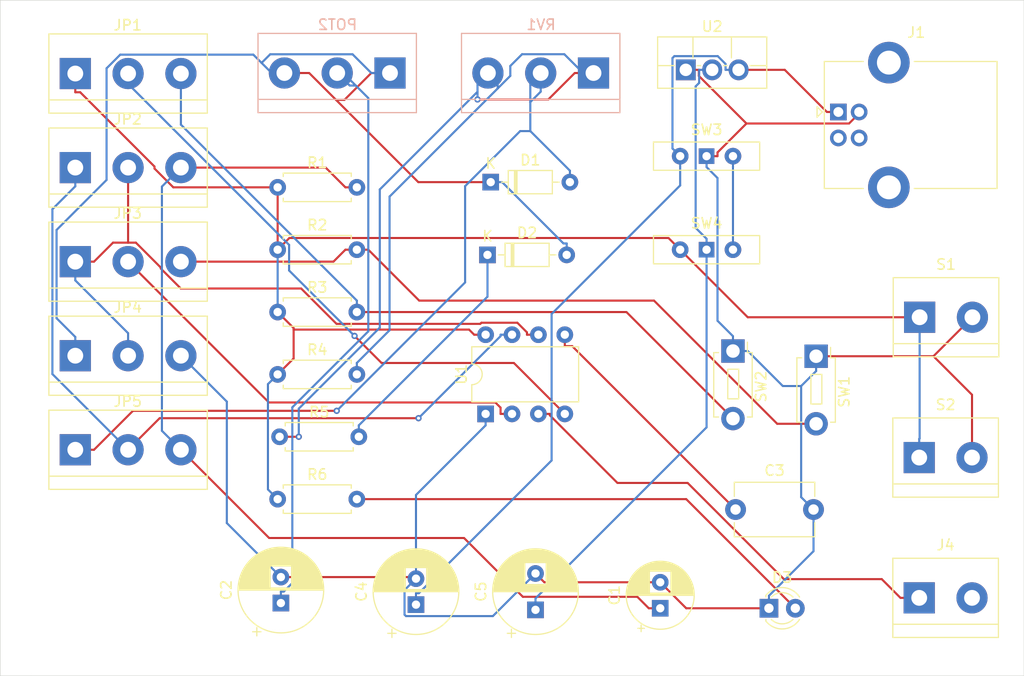
<source format=kicad_pcb>
(kicad_pcb (version 20240108) (generator "pcbnew") (generator_version "8.0")
  (layers (0 "F.Cu" signal) (31 "B.Cu" signal) (34 "B.Paste" user) (35 "F.Paste" user) (36 "B.SilkS" user "B.Silkscreen") (37 "F.SilkS" user "F.Silkscreen") (38 "B.Mask" user) (39 "F.Mask" user) (44 "Edge.Cuts" user))
  (net 0 "")
  (net 1 "M-THDC")
  (net 2 "GND")
  (net 3 "Net-(C2-Pad1)")
  (net 4 "CV")
  (net 5 "IN1")
  (net 6 "3.3V")
  (net 7 "A-DC")
  (net 8 "A-TH")
  (net 9 "Net-(D2-K)")
  (net 10 "Net-(D3-A)")
  (net 15 "OUT2")
  (net 16 "Q")
  (net 17 "RESET")
  (net 18 "R")
  (net 19 "DC")
  (net 20 "TH")
  (net 21 "SET")
  (net 22 "TR")
  (net 23 "Net-(R4-Pad2)")
  (net 24 "APT1")
  (net 25 "5V")
  (footprint "Capacitor_THT:CP_Radial_D8.0mm_P3.50mm" (layer "F.Cu") (at 104 78.6527 90)
    (property "Reference" "C5" (at 1.75 -5.25 90) (layer "F.SilkS"))
    (property "Value" "C_Polarized")
    (pad "1" thru_hole rect (at 0 0 90) (size 1.6 1.6) (drill 0.8) (layers "*.Cu" "*.Mask") (net 6 "3.3V"))
    (pad "2" thru_hole circle (at 3.5 0 90) (size 1.6 1.6) (drill 0.8) (layers "*.Cu" "*.Mask") (net 2 "GND"))
  )
  (footprint "TerminalBlock:TerminalBlock_bornier-3_P5.08mm" (layer "F.Cu") (at 59.72 27.05)
    (property "Reference" "JP1" (at 5.05 -4.65 0) (layer "F.SilkS"))
    (property "Value" "MOD1")
    (pad "1" thru_hole rect (at 0 0) (size 3 3) (drill 1.52) (layers "*.Cu" "*.Mask") (net 15 "OUT2"))
    (pad "2" thru_hole circle (at 5.08 0) (size 3 3) (drill 1.52) (layers "*.Cu" "*.Mask") (net 18 "R"))
    (pad "3" thru_hole circle (at 10.16 0) (size 3 3) (drill 1.52) (layers "*.Cu" "*.Mask") (net 17 "RESET"))
  )
  (footprint "Diode_THT:D_DO-35_SOD27_P7.62mm_Horizontal" (layer "F.Cu") (at 99.38 44.5)
    (property "Reference" "D2" (at 3.81 -2.12 0) (layer "F.SilkS"))
    (property "Value" "1N4148")
    (fp_text user "K" (at 0 -1.8 0) (layer "F.SilkS"))
    (pad "1" thru_hole rect (at 0 0) (size 1.6 1.6) (drill 0.8) (layers "*.Cu" "*.Mask") (net 9 "Net-(D2-K)"))
    (pad "2" thru_hole oval (at 7.62 0) (size 1.6 1.6) (drill 0.8) (layers "*.Cu" "*.Mask") (net 8 "A-TH"))
  )
  (footprint "Resistor_THT:R_Axial_DIN0207_L6.3mm_D2.5mm_P7.62mm_Horizontal" (layer "F.Cu") (at 79.19 38)
    (property "Reference" "R1" (at 3.81 -2.37 0) (layer "F.SilkS"))
    (property "Value" "R")
    (pad "1" thru_hole circle (at 0 0) (size 1.6 1.6) (drill 0.8) (layers "*.Cu" "*.Mask") (net 15 "OUT2"))
    (pad "2" thru_hole oval (at 7.62 0) (size 1.6 1.6) (drill 0.8) (layers "*.Cu" "*.Mask") (net 1 "M-THDC"))
  )
  (footprint "Capacitor_THT:C_Disc_D7.5mm_W5.0mm_P7.50mm" (layer "F.Cu") (at 123.25 69)
    (property "Reference" "C3" (at 3.75 -3.75 0) (layer "F.SilkS"))
    (property "Value" "C")
    (pad "1" thru_hole circle (at 0 0) (size 2 2) (drill 1) (layers "*.Cu" "*.Mask") (net 4 "CV"))
    (pad "2" thru_hole circle (at 7.5 0) (size 2 2) (drill 1) (layers "*.Cu" "*.Mask") (net 2 "GND"))
  )
  (footprint "TerminalBlock:TerminalBlock_bornier-2_P5.08mm" (layer "F.Cu") (at 140.96 50.5)
    (property "Reference" "S1" (at 2.54 -5.08 0) (layer "F.SilkS"))
    (property "Value" "PWR_GND")
    (pad "1" thru_hole rect (at 0 0) (size 3 3) (drill 1.52) (layers "*.Cu" "*.Mask") (net 15 "OUT2"))
    (pad "2" thru_hole circle (at 5.08 0) (size 3 3) (drill 1.52) (layers "*.Cu" "*.Mask") (net 2 "GND"))
  )
  (footprint "LED_THT:LED_D3.0mm" (layer "F.Cu") (at 126.46 78.5)
    (property "Reference" "D3" (at 1.27 -2.96 0) (layer "F.SilkS"))
    (property "Value" "LEDPWR")
    (pad "1" thru_hole rect (at 0 0) (size 1.8 1.8) (drill 0.9) (layers "*.Cu" "*.Mask") (net 2 "GND"))
    (pad "2" thru_hole circle (at 2.54 0) (size 1.8 1.8) (drill 0.9) (layers "*.Cu" "*.Mask") (net 10 "Net-(D3-A)"))
  )
  (footprint "Button_Switch_THT:SW_PUSH_1P1T_6x3.5mm_H4.3_APEM_MJTP1243" (layer "F.Cu") (at 131 54.25 -90)
    (property "Reference" "SW1" (at 3.42 -2.7 90) (layer "F.SilkS"))
    (property "Value" "SW_Push")
    (pad "1" thru_hole rect (at 0 0) (size 2.25 2.25) (drill 1.3) (layers "*.Cu" "*.Mask") (net 2 "GND"))
    (pad "2" thru_hole circle (at 6.5 0) (size 2.25 2.25) (drill 1.3) (layers "*.Cu" "*.Mask") (net 21 "SET"))
  )
  (footprint "Resistor_THT:R_Axial_DIN0207_L6.3mm_D2.5mm_P7.62mm_Horizontal" (layer "F.Cu") (at 79.38 62)
    (property "Reference" "R5" (at 3.81 -2.37 0) (layer "F.SilkS"))
    (property "Value" "R")
    (pad "1" thru_hole circle (at 0 0) (size 1.6 1.6) (drill 0.8) (layers "*.Cu" "*.Mask") (net 24 "APT1"))
    (pad "2" thru_hole oval (at 7.62 0) (size 1.6 1.6) (drill 0.8) (layers "*.Cu" "*.Mask") (net 9 "Net-(D2-K)"))
  )
  (footprint "Connector_USB:USB_B_Lumberg_2411_02_Horizontal" (layer "F.Cu") (at 133.14 30.75)
    (property "Reference" "J1" (at 7.5 -7.65 0) (layer "F.SilkS"))
    (property "Value" "USB_B")
    (pad "1" thru_hole rect (at 0 0 90) (size 1.6 1.6) (drill 0.95) (layers "*.Cu" "*.Mask") (net 5 "IN1"))
    (pad "2" thru_hole circle (at 0 2.5 90) (size 1.6 1.6) (drill 0.95) (layers "*.Cu" "*.Mask"))
    (pad "3" thru_hole circle (at 2 2.5 90) (size 1.6 1.6) (drill 0.95) (layers "*.Cu" "*.Mask"))
    (pad "4" thru_hole circle (at 2 0 90) (size 1.6 1.6) (drill 0.95) (layers "*.Cu" "*.Mask") (net 2 "GND"))
    (pad "5" thru_hole circle (at 4.86 -4.75 90) (size 4 4) (drill 2.3) (layers "*.Cu" "*.Mask"))
    (pad "5" thru_hole circle (at 4.86 7.25 90) (size 4 4) (drill 2.3) (layers "*.Cu" "*.Mask"))
  )
  (footprint "Capacitor_THT:CP_Radial_D6.3mm_P2.50mm" (layer "F.Cu") (at 116 78.5 90)
    (property "Reference" "C1" (at 1.25 -4.4 90) (layer "F.SilkS"))
    (property "Value" "C_Polarized")
    (pad "1" thru_hole rect (at 0 0 90) (size 1.6 1.6) (drill 0.8) (layers "*.Cu" "*.Mask") (net 1 "M-THDC"))
    (pad "2" thru_hole circle (at 2.5 0 90) (size 1.6 1.6) (drill 0.8) (layers "*.Cu" "*.Mask") (net 2 "GND"))
  )
  (footprint "TerminalBlock:TerminalBlock_bornier-3_P5.08mm" (layer "F.Cu") (at 59.72 63.25)
    (property "Reference" "JP5" (at 5.05 -4.65 0) (layer "F.SilkS"))
    (property "Value" "MOD5")
    (pad "1" thru_hole rect (at 0 0) (size 3 3) (drill 1.52) (layers "*.Cu" "*.Mask") (net 7 "A-DC"))
    (pad "2" thru_hole circle (at 5.08 0) (size 3 3) (drill 1.52) (layers "*.Cu" "*.Mask") (net 19 "DC"))
    (pad "3" thru_hole circle (at 10.16 0) (size 3 3) (drill 1.52) (layers "*.Cu" "*.Mask") (net 1 "M-THDC"))
  )
  (footprint "Button_Switch_THT:SW_PUSH_1P1T_6x3.5mm_H4.3_APEM_MJTP1243" (layer "F.Cu") (at 123 53.75 -90)
    (property "Reference" "SW2" (at 3.42 -2.7 90) (layer "F.SilkS"))
    (property "Value" "SW_Push")
    (pad "1" thru_hole rect (at 0 0) (size 2.25 2.25) (drill 1.3) (layers "*.Cu" "*.Mask") (net 2 "GND"))
    (pad "2" thru_hole circle (at 6.5 0) (size 2.25 2.25) (drill 1.3) (layers "*.Cu" "*.Mask") (net 17 "RESET"))
  )
  (footprint "TerminalBlock:TerminalBlock_bornier-3_P5.08mm" (layer "F.Cu") (at 59.72 45.15)
    (property "Reference" "JP3" (at 5.05 -4.65 0) (layer "F.SilkS"))
    (property "Value" "MOD3")
    (pad "1" thru_hole rect (at 0 0) (size 3 3) (drill 1.52) (layers "*.Cu" "*.Mask") (net 20 "TH"))
    (pad "2" thru_hole circle (at 5.08 0) (size 3 3) (drill 1.52) (layers "*.Cu" "*.Mask") (net 22 "TR"))
    (pad "3" thru_hole circle (at 10.16 0) (size 3 3) (drill 1.52) (layers "*.Cu" "*.Mask") (net 21 "SET"))
  )
  (footprint "Resistor_THT:R_Axial_DIN0207_L6.3mm_D2.5mm_P7.62mm_Horizontal" (layer "F.Cu") (at 79.19 44)
    (property "Reference" "R2" (at 3.81 -2.37 0) (layer "F.SilkS"))
    (property "Value" "R")
    (pad "1" thru_hole circle (at 0 0) (size 1.6 1.6) (drill 0.8) (layers "*.Cu" "*.Mask") (net 15 "OUT2"))
    (pad "2" thru_hole oval (at 7.62 0) (size 1.6 1.6) (drill 0.8) (layers "*.Cu" "*.Mask") (net 21 "SET"))
  )
  (footprint "Package_TO_SOT_THT:TO-220F-3_Vertical" (layer "F.Cu") (at 118.46 26.695)
    (property "Reference" "U2" (at 2.54 -4.1675 0) (layer "F.SilkS"))
    (property "Value" "ReguladorDeVoltaje")
    (pad "1" thru_hole rect (at 0 0) (size 1.905 2) (drill 1.2) (layers "*.Cu" "*.Mask") (net 2 "GND"))
    (pad "2" thru_hole oval (at 2.54 0) (size 1.905 2) (drill 1.2) (layers "*.Cu" "*.Mask") (net 6 "3.3V"))
    (pad "3" thru_hole oval (at 5.08 0) (size 1.905 2) (drill 1.2) (layers "*.Cu" "*.Mask") (net 5 "IN1"))
  )
  (footprint "Button_Switch_THT:SW_Slide-03_Wuerth-WS-SLTV_10x2.5x6.4_P2.54mm" (layer "F.Cu") (at 120.46 35)
    (property "Reference" "SW3" (at 0 -2.54 0) (layer "F.SilkS"))
    (property "Value" "INTE1")
    (pad "1" thru_hole rect (at 0 0) (size 1.5 1.5) (drill 0.8) (layers "*.Cu" "*.Mask") (net 2 "GND"))
    (pad "2" thru_hole circle (at -2.54 0) (size 1.6 1.6) (drill 0.8) (layers "*.Cu" "*.Mask") (net 5 "IN1"))
    (pad "3" thru_hole circle (at 2.54 0) (size 1.6 1.6) (drill 0.8) (layers "*.Cu" "*.Mask") (net 25 "5V"))
  )
  (footprint "Capacitor_THT:CP_Radial_D8.0mm_P2.50mm" (layer "F.Cu") (at 92.5 78.1527 90)
    (property "Reference" "C4" (at 1.25 -5.25 90) (layer "F.SilkS"))
    (property "Value" "C")
    (pad "1" thru_hole rect (at 0 0 90) (size 1.6 1.6) (drill 0.8) (layers "*.Cu" "*.Mask") (net 5 "IN1"))
    (pad "2" thru_hole circle (at 2.5 0 90) (size 1.6 1.6) (drill 0.8) (layers "*.Cu" "*.Mask") (net 2 "GND"))
  )
  (footprint "TerminalBlock:TerminalBlock_bornier-2_P5.08mm" (layer "F.Cu") (at 140.92 77.5)
    (property "Reference" "J4" (at 2.54 -5.08 0) (layer "F.SilkS"))
    (property "Value" "OUT555")
    (pad "1" thru_hole rect (at 0 0) (size 3 3) (drill 1.52) (layers "*.Cu" "*.Mask") (net 16 "Q"))
    (pad "2" thru_hole circle (at 5.08 0) (size 3 3) (drill 1.52) (layers "*.Cu" "*.Mask"))
  )
  (footprint "Resistor_THT:R_Axial_DIN0207_L6.3mm_D2.5mm_P7.62mm_Horizontal" (layer "F.Cu") (at 79.19 50)
    (property "Reference" "R3" (at 3.81 -2.37 0) (layer "F.SilkS"))
    (property "Value" "R")
    (pad "1" thru_hole circle (at 0 0) (size 1.6 1.6) (drill 0.8) (layers "*.Cu" "*.Mask") (net 15 "OUT2"))
    (pad "2" thru_hole oval (at 7.62 0) (size 1.6 1.6) (drill 0.8) (layers "*.Cu" "*.Mask") (net 17 "RESET"))
  )
  (footprint "Package_DIP:DIP-8_W7.62mm" (layer "F.Cu") (at 99.2 59.8 90)
    (property "Reference" "U1" (at 3.81 -2.33 90) (layer "F.SilkS"))
    (property "Value" "NE555P")
    (pad "1" thru_hole rect (at 0 0 90) (size 1.6 1.6) (drill 0.8) (layers "*.Cu" "*.Mask") (net 2 "GND"))
    (pad "2" thru_hole oval (at 0 2.54 90) (size 1.6 1.6) (drill 0.8) (layers "*.Cu" "*.Mask") (net 22 "TR"))
    (pad "3" thru_hole oval (at 0 5.08 90) (size 1.6 1.6) (drill 0.8) (layers "*.Cu" "*.Mask") (net 16 "Q"))
    (pad "4" thru_hole oval (at 0 7.62 90) (size 1.6 1.6) (drill 0.8) (layers "*.Cu" "*.Mask") (net 18 "R"))
    (pad "5" thru_hole oval (at 7.62 7.62 90) (size 1.6 1.6) (drill 0.8) (layers "*.Cu" "*.Mask") (net 4 "CV"))
    (pad "6" thru_hole oval (at 7.62 5.08 90) (size 1.6 1.6) (drill 0.8) (layers "*.Cu" "*.Mask") (net 20 "TH"))
    (pad "7" thru_hole oval (at 7.62 2.54 90) (size 1.6 1.6) (drill 0.8) (layers "*.Cu" "*.Mask") (net 19 "DC"))
    (pad "8" thru_hole oval (at 7.62 0 90) (size 1.6 1.6) (drill 0.8) (layers "*.Cu" "*.Mask") (net 15 "OUT2"))
  )
  (footprint "Capacitor_THT:CP_Radial_D8.0mm_P2.50mm" (layer "F.Cu") (at 79.5 78 90)
    (property "Reference" "C2" (at 1.25 -5.25 90) (layer "F.SilkS"))
    (property "Value" "C")
    (pad "1" thru_hole rect (at 0 0 90) (size 1.6 1.6) (drill 0.8) (layers "*.Cu" "*.Mask") (net 3 "Net-(C2-Pad1)"))
    (pad "2" thru_hole circle (at 2.5 0 90) (size 1.6 1.6) (drill 0.8) (layers "*.Cu" "*.Mask") (net 2 "GND"))
  )
  (footprint "TerminalBlock:TerminalBlock_bornier-3_P5.08mm" (layer "F.Cu") (at 59.72 54.2)
    (property "Reference" "JP4" (at 5.05 -4.65 0) (layer "F.SilkS"))
    (property "Value" "MOD4")
    (pad "1" thru_hole rect (at 0 0) (size 3 3) (drill 1.52) (layers "*.Cu" "*.Mask") (net 8 "A-TH"))
    (pad "2" thru_hole circle (at 5.08 0) (size 3 3) (drill 1.52) (layers "*.Cu" "*.Mask") (net 20 "TH"))
    (pad "3" thru_hole circle (at 10.16 0) (size 3 3) (drill 1.52) (layers "*.Cu" "*.Mask") (net 2 "GND"))
  )
  (footprint "Button_Switch_THT:SW_Slide-03_Wuerth-WS-SLTV_10x2.5x6.4_P2.54mm" (layer "F.Cu") (at 120.46 44)
    (property "Reference" "SW4" (at 0 -2.54 0) (layer "F.SilkS"))
    (property "Value" "INTE2")
    (pad "1" thru_hole rect (at 0 0) (size 1.5 1.5) (drill 0.8) (layers "*.Cu" "*.Mask") (net 6 "3.3V"))
    (pad "2" thru_hole circle (at -2.54 0) (size 1.6 1.6) (drill 0.8) (layers "*.Cu" "*.Mask") (net 15 "OUT2"))
    (pad "3" thru_hole circle (at 2.54 0) (size 1.6 1.6) (drill 0.8) (layers "*.Cu" "*.Mask") (net 25 "5V"))
  )
  (footprint "Diode_THT:D_DO-35_SOD27_P7.62mm_Horizontal" (layer "F.Cu") (at 99.69 37.5)
    (property "Reference" "D1" (at 3.81 -2.12 0) (layer "F.SilkS"))
    (property "Value" "1N4148")
    (fp_text user "K" (at 0 -1.8 0) (layer "F.SilkS"))
    (pad "1" thru_hole rect (at 0 0) (size 1.6 1.6) (drill 0.8) (layers "*.Cu" "*.Mask") (net 8 "A-TH"))
    (pad "2" thru_hole oval (at 7.62 0) (size 1.6 1.6) (drill 0.8) (layers "*.Cu" "*.Mask") (net 7 "A-DC"))
  )
  (footprint "TerminalBlock:TerminalBlock_bornier-2_P5.08mm" (layer "F.Cu") (at 140.92 64)
    (property "Reference" "S2" (at 2.54 -5.08 0) (layer "F.SilkS"))
    (property "Value" "PWR_GND")
    (pad "1" thru_hole rect (at 0 0) (size 3 3) (drill 1.52) (layers "*.Cu" "*.Mask") (net 15 "OUT2"))
    (pad "2" thru_hole circle (at 5.08 0) (size 3 3) (drill 1.52) (layers "*.Cu" "*.Mask") (net 2 "GND"))
  )
  (footprint "Resistor_THT:R_Axial_DIN0207_L6.3mm_D2.5mm_P7.62mm_Horizontal" (layer "F.Cu") (at 79.19 56)
    (property "Reference" "R4" (at 3.81 -2.37 0) (layer "F.SilkS"))
    (property "Value" "R")
    (pad "1" thru_hole circle (at 0 0) (size 1.6 1.6) (drill 0.8) (layers "*.Cu" "*.Mask") (net 15 "OUT2"))
    (pad "2" thru_hole oval (at 7.62 0) (size 1.6 1.6) (drill 0.8) (layers "*.Cu" "*.Mask") (net 23 "Net-(R4-Pad2)"))
  )
  (footprint "TerminalBlock:TerminalBlock_bornier-3_P5.08mm" (layer "F.Cu") (at 59.72 36.1)
    (property "Reference" "JP2" (at 5.05 -4.65 0) (layer "F.SilkS"))
    (property "Value" "MOD2")
    (pad "1" thru_hole rect (at 0 0) (size 3 3) (drill 1.52) (layers "*.Cu" "*.Mask") (net 19 "DC"))
    (pad "2" thru_hole circle (at 5.08 0) (size 3 3) (drill 1.52) (layers "*.Cu" "*.Mask") (net 20 "TH"))
    (pad "3" thru_hole circle (at 10.16 0) (size 3 3) (drill 1.52) (layers "*.Cu" "*.Mask") (net 1 "M-THDC"))
  )
  (footprint "Resistor_THT:R_Axial_DIN0207_L6.3mm_D2.5mm_P7.62mm_Horizontal" (layer "F.Cu") (at 79.19 68)
    (property "Reference" "R6" (at 3.81 -2.37 0) (layer "F.SilkS"))
    (property "Value" "R")
    (pad "1" thru_hole circle (at 0 0) (size 1.6 1.6) (drill 0.8) (layers "*.Cu" "*.Mask") (net 15 "OUT2"))
    (pad "2" thru_hole oval (at 7.62 0) (size 1.6 1.6) (drill 0.8) (layers "*.Cu" "*.Mask") (net 10 "Net-(D3-A)"))
  )
  (footprint "TerminalBlock:TerminalBlock_bornier-3_P5.08mm" (layer "B.Cu") (at 90 27 180)
    (property "Reference" "POT2" (at 5.05 4.65 0) (layer "B.SilkS") (effects (justify mirror)))
    (property "Value" "R_Potentiometer")
    (pad "1" thru_hole rect (at 0 0 180) (size 3 3) (drill 1.52) (layers "*.Cu" "*.Mask") (net 8 "A-TH"))
    (pad "2" thru_hole circle (at 5.08 0 180) (size 3 3) (drill 1.52) (layers "*.Cu" "*.Mask") (net 3 "Net-(C2-Pad1)"))
    (pad "3" thru_hole circle (at 10.16 0 180) (size 3 3) (drill 1.52) (layers "*.Cu" "*.Mask"))
  )
  (footprint "TerminalBlock:TerminalBlock_bornier-3_P5.08mm" (layer "B.Cu") (at 109.58 27 180)
    (property "Reference" "RV1" (at 5.05 4.65 0) (layer "B.SilkS") (effects (justify mirror)))
    (property "Value" "POT1")
    (pad "1" thru_hole rect (at 0 0 180) (size 3 3) (drill 1.52) (layers "*.Cu" "*.Mask") (net 24 "APT1"))
    (pad "2" thru_hole circle (at 5.08 0 180) (size 3 3) (drill 1.52) (layers "*.Cu" "*.Mask") (net 7 "A-DC"))
    (pad "3" thru_hole circle (at 10.16 0 180) (size 3 3) (drill 1.52) (layers "*.Cu" "*.Mask") (net 23 "Net-(R4-Pad2)"))
  )
  (gr_line (start 52.5 85) (end 52.5 20) (stroke (width 0.05)) (layer "Edge.Cuts"))
  (gr_line (start 55 20) (end 151 20) (stroke (width 0.05)) (layer "Edge.Cuts"))
  (gr_line (start 151 20) (end 151 85) (stroke (width 0.05)) (layer "Edge.Cuts"))
  (gr_line (start 151 85) (end 55.5 85) (stroke (width 0.05)) (layer "Edge.Cuts"))
  (gr_line (start 52.5 20) (end 55 20) (stroke (width 0.05)) (layer "Edge.Cuts"))
  (gr_line (start 55.5 85) (end 52.5 85) (stroke (width 0.05)) (layer "Edge.Cuts"))
  (segment (start 83.8083 36.1) (end 69.88 36.1) (width 0.2) (layer "F.Cu") (net 1))
  (segment (start 113.797 77.3983) (end 102.783 77.3983) (width 0.2) (layer "F.Cu") (net 1))
  (segment (start 102.783 77.3983) (end 97.1245 71.7399) (width 0.2) (layer "F.Cu") (net 1))
  (segment (start 78.3699 71.7399) (end 69.88 63.25) (width 0.2) (layer "F.Cu") (net 1))
  (segment (start 116 78.5) (end 114.898 78.5) (width 0.2) (layer "F.Cu") (net 1))
  (segment (start 114.898 78.5) (end 113.797 77.3983) (width 0.2) (layer "F.Cu") (net 1))
  (segment (start 85.7083 38) (end 83.8083 36.1) (width 0.2) (layer "F.Cu") (net 1))
  (segment (start 86.81 38) (end 85.7083 38) (width 0.2) (layer "F.Cu") (net 1))
  (segment (start 97.1245 71.7399) (end 78.3699 71.7399) (width 0.2) (layer "F.Cu") (net 1))
  (segment (start 69.88 36.1) (end 68.0544 37.9256) (width 0.2) (layer "B.Cu") (net 1))
  (segment (start 68.0544 61.4244) (end 69.88 63.25) (width 0.2) (layer "B.Cu") (net 1))
  (segment (start 68.0544 37.9256) (end 68.0544 61.4244) (width 0.2) (layer "B.Cu") (net 1))
  (segment (start 124.297 31.8583) (end 119.714 27.2753) (width 0.2) (layer "F.Cu") (net 2))
  (segment (start 131 54.25) (end 142.29 54.25) (width 0.2) (layer "F.Cu") (net 2))
  (segment (start 134.169 31.8583) (end 124.297 31.8583) (width 0.2) (layer "F.Cu") (net 2))
  (segment (start 104 75.1527) (end 104.847 76) (width 0.2) (layer "F.Cu") (net 2))
  (segment (start 79.5 75.5) (end 92.3473 75.5) (width 0.2) (layer "F.Cu") (net 2))
  (segment (start 118.5 78.5) (end 126.46 78.5) (width 0.2) (layer "F.Cu") (net 2))
  (segment (start 119.714 27.2753) (end 119.714 26.695) (width 0.2) (layer "F.Cu") (net 2))
  (segment (start 124.297 31.8583) (end 121.512 34.6438) (width 0.2) (layer "F.Cu") (net 2))
  (segment (start 104.847 76) (end 116 76) (width 0.2) (layer "F.Cu") (net 2))
  (segment (start 121.512 35) (end 120.46 35) (width 0.2) (layer "F.Cu") (net 2))
  (segment (start 119.714 26.695) (end 118.46 26.695) (width 0.2) (layer "F.Cu") (net 2))
  (segment (start 135.14 30.8875) (end 134.169 31.8583) (width 0.2) (layer "F.Cu") (net 2))
  (segment (start 92.3473 75.5) (end 92.5 75.6527) (width 0.2) (layer "F.Cu") (net 2))
  (segment (start 116 76) (end 118.5 78.5) (width 0.2) (layer "F.Cu") (net 2))
  (segment (start 135.14 30.75) (end 135.14 30.8875) (width 0.2) (layer "F.Cu") (net 2))
  (segment (start 142.29 54.25) (end 146 57.96) (width 0.2) (layer "F.Cu") (net 2))
  (segment (start 142.29 54.25) (end 146.04 50.5) (width 0.2) (layer "F.Cu") (net 2))
  (segment (start 121.512 34.6438) (end 121.512 35) (width 0.2) (layer "F.Cu") (net 2))
  (segment (start 146 57.96) (end 146 64) (width 0.2) (layer "F.Cu") (net 2))
  (segment (start 121.512 50.835) (end 123 52.3233) (width 0.2) (layer "B.Cu") (net 2))
  (segment (start 79.5 75.5) (end 74.2993 70.2993) (width 0.2) (layer "B.Cu") (net 2))
  (segment (start 74.2993 70.2993) (end 74.2993 58.6193) (width 0.2) (layer "B.Cu") (net 2))
  (segment (start 120.46 35) (end 120.46 36.0517) (width 0.2) (layer "B.Cu") (net 2))
  (segment (start 121.512 37.1034) (end 121.512 50.835) (width 0.2) (layer "B.Cu") (net 2))
  (segment (start 129.56 67.8096) (end 129.56 57.1171) (width 0.2) (layer "B.Cu") (net 2))
  (segment (start 99.2 60.9017) (end 99.2 59.8) (width 0.2) (layer "B.Cu") (net 2))
  (segment (start 130.75 69) (end 129.56 67.8096) (width 0.2) (layer "B.Cu") (net 2))
  (segment (start 104 75.1527) (end 99.8983 79.2544) (width 0.2) (layer "B.Cu") (net 2))
  (segment (start 99.8983 79.2544) (end 91.5386 79.2544) (width 0.2) (layer "B.Cu") (net 2))
  (segment (start 74.2993 58.6193) (end 69.88 54.2) (width 0.2) (layer "B.Cu") (net 2))
  (segment (start 131 55.6767) (end 131 54.25) (width 0.2) (layer "B.Cu") (net 2))
  (segment (start 120.46 36.0517) (end 121.512 37.1034) (width 0.2) (layer "B.Cu") (net 2))
  (segment (start 124.427 53.75) (end 123 53.75) (width 0.2) (layer "B.Cu") (net 2))
  (segment (start 91.3983 79.1141) (end 91.3983 76.7544) (width 0.2) (layer "B.Cu") (net 2))
  (segment (start 126.46 77.2983) (end 126.46 78.5) (width 0.2) (layer "B.Cu") (net 2))
  (segment (start 130.75 73.0083) (end 126.46 77.2983) (width 0.2) (layer "B.Cu") (net 2))
  (segment (start 130.75 69) (end 130.75 73.0083) (width 0.2) (layer "B.Cu") (net 2))
  (segment (start 127.794 57.1171) (end 124.427 53.75) (width 0.2) (layer "B.Cu") (net 2))
  (segment (start 129.56 57.1171) (end 131 55.6767) (width 0.2) (layer "B.Cu") (net 2))
  (segment (start 129.56 57.1171) (end 127.794 57.1171) (width 0.2) (layer "B.Cu") (net 2))
  (segment (start 92.5 75.6527) (end 92.5 67.6017) (width 0.2) (layer "B.Cu") (net 2))
  (segment (start 92.5 67.6017) (end 99.2 60.9017) (width 0.2) (layer "B.Cu") (net 2))
  (segment (start 91.3983 76.7544) (end 92.5 75.6527) (width 0.2) (layer "B.Cu") (net 2))
  (segment (start 91.5386 79.2544) (end 91.3983 79.1141) (width 0.2) (layer "B.Cu") (net 2))
  (segment (start 123 52.3233) (end 123 53.75) (width 0.2) (layer "B.Cu") (net 2))
  (segment (start 85.5 27) (end 86.7058 28.2058) (width 0.2) (layer "B.Cu") (net 3))
  (segment (start 79.7755 76.8983) (end 79.5 76.8983) (width 0.2) (layer "B.Cu") (net 3))
  (segment (start 86.7058 28.2058) (end 87.9117 29.4117) (width 0.2) (layer "B.Cu") (net 3))
  (segment (start 87.9117 51.8578) (end 80.6017 59.1678) (width 0.2) (layer "B.Cu") (net 3))
  (segment (start 80.6017 76.0721) (end 79.7755 76.8983) (width 0.2) (layer "B.Cu") (net 3))
  (segment (start 80.6017 59.1678) (end 80.6017 76.0721) (width 0.2) (layer "B.Cu") (net 3))
  (segment (start 87.9117 29.4117) (end 87.9117 51.8578) (width 0.2) (layer "B.Cu") (net 3))
  (segment (start 86.1258 28.2058) (end 84.92 27) (width 0.2) (layer "B.Cu") (net 3))
  (segment (start 86.7058 28.2058) (end 86.1258 28.2058) (width 0.2) (layer "B.Cu") (net 3))
  (segment (start 79.5 76.8983) (end 79.5 78) (width 0.2) (layer "B.Cu") (net 3))
  (segment (start 107.532 53.2817) (end 123.25 69) (width 0.2) (layer "F.Cu") (net 4))
  (segment (start 106.82 53.2817) (end 107.532 53.2817) (width 0.2) (layer "F.Cu") (net 4))
  (segment (start 106.82 52.18) (end 106.82 53.2817) (width 0.2) (layer "F.Cu") (net 4))
  (segment (start 132.038 30.75) (end 127.983 26.695) (width 0.2) (layer "F.Cu") (net 5))
  (segment (start 133.14 30.75) (end 132.038 30.75) (width 0.2) (layer "F.Cu") (net 5))
  (segment (start 127.983 26.695) (end 123.54 26.695) (width 0.2) (layer "F.Cu") (net 5))
  (segment (start 92.5 77.051) (end 92.7754 77.051) (width 0.2) (layer "B.Cu") (net 5))
  (segment (start 123.54 26.695) (end 122.286 26.695) (width 0.2) (layer "B.Cu") (net 5))
  (segment (start 117.36 25.3771) (end 117.178 25.5597) (width 0.2) (layer "B.Cu") (net 5))
  (segment (start 117.178 25.5597) (end 117.178 34.2577) (width 0.2) (layer "B.Cu") (net 5))
  (segment (start 117.178 34.2577) (end 117.92 35) (width 0.2) (layer "B.Cu") (net 5))
  (segment (start 105.55 64.2764) (end 105.55 50.1859) (width 0.2) (layer "B.Cu") (net 5))
  (segment (start 117.92 37.8159) (end 117.92 35) (width 0.2) (layer "B.Cu") (net 5))
  (segment (start 92.5 78.1527) (end 92.5 77.051) (width 0.2) (layer "B.Cu") (net 5))
  (segment (start 121.535 25.3771) (end 117.36 25.3771) (width 0.2) (layer "B.Cu") (net 5))
  (segment (start 105.55 50.1859) (end 117.92 37.8159) (width 0.2) (layer "B.Cu") (net 5))
  (segment (start 92.7754 77.051) (end 105.55 64.2764) (width 0.2) (layer "B.Cu") (net 5))
  (segment (start 122.286 26.695) (end 122.286 26.1278) (width 0.2) (layer "B.Cu") (net 5))
  (segment (start 122.286 26.1278) (end 121.535 25.3771) (width 0.2) (layer "B.Cu") (net 5))
  (segment (start 119.408 28.2867) (end 119.746 27.9492) (width 0.2) (layer "B.Cu") (net 6))
  (segment (start 104 77.551) (end 120.46 61.091) (width 0.2) (layer "B.Cu") (net 6))
  (segment (start 120.46 42.9483) (end 119.408 41.8966) (width 0.2) (layer "B.Cu") (net 6))
  (segment (start 119.746 26.695) (end 121 26.695) (width 0.2) (layer "B.Cu") (net 6))
  (segment (start 119.408 41.8966) (end 119.408 28.2867) (width 0.2) (layer "B.Cu") (net 6))
  (segment (start 120.46 44) (end 120.46 42.9483) (width 0.2) (layer "B.Cu") (net 6))
  (segment (start 119.746 27.9492) (end 119.746 26.695) (width 0.2) (layer "B.Cu") (net 6))
  (segment (start 104 78.6527) (end 104 77.551) (width 0.2) (layer "B.Cu") (net 6))
  (segment (start 120.46 61.091) (end 120.46 44) (width 0.2) (layer "B.Cu") (net 6))
  (segment (start 65.2691 59.5026) (end 84.8725 59.5026) (width 0.2) (layer "F.Cu") (net 7))
  (segment (start 61.5217 63.25) (end 65.2691 59.5026) (width 0.2) (layer "F.Cu") (net 7))
  (segment (start 59.72 63.25) (end 61.5217 63.25) (width 0.2) (layer "F.Cu") (net 7))
  (via (at 84.8725 59.5026) (size 0.6) (drill 0.3) (layers "F.Cu" "B.Cu") (net 7))
  (segment (start 97.2274 47.1477) (end 84.8725 59.5026) (width 0.2) (layer "B.Cu") (net 7))
  (segment (start 103.5 32.5883) (end 103.5 29.7941) (width 0.2) (layer "B.Cu") (net 7))
  (segment (start 107.31 36.3983) (end 103.5 32.5883) (width 0.2) (layer "B.Cu") (net 7))
  (segment (start 97.2274 37.8838) (end 97.2274 47.1477) (width 0.2) (layer "B.Cu") (net 7))
  (segment (start 107.31 37.5) (end 107.31 36.3983) (width 0.2) (layer "B.Cu") (net 7))
  (segment (start 103.5 32.5883) (end 102.523 32.5883) (width 0.2) (layer "B.Cu") (net 7))
  (segment (start 104.5 28.7941) (end 104.5 27) (width 0.2) (layer "B.Cu") (net 7))
  (segment (start 103.5 29.7941) (end 103.5 27) (width 0.2) (layer "B.Cu") (net 7))
  (segment (start 103.5 29.7941) (end 104.5 28.7941) (width 0.2) (layer "B.Cu") (net 7))
  (segment (start 102.523 32.5883) (end 97.2274 37.8838) (width 0.2) (layer "B.Cu") (net 7))
  (segment (start 92.7217 37.5) (end 99.69 37.5) (width 0.2) (layer "F.Cu") (net 8))
  (segment (start 85.6107 29.5876) (end 84.8093 29.5876) (width 0.2) (layer "F.Cu") (net 8))
  (segment (start 84.8093 29.5876) (end 92.7217 37.5) (width 0.2) (layer "F.Cu") (net 8))
  (segment (start 90 27) (end 88.1983 27) (width 0.2) (layer "F.Cu") (net 8))
  (segment (start 88.1983 27) (end 85.6107 29.5876) (width 0.2) (layer "F.Cu") (net 8))
  (segment (start 82.2217 27) (end 84.8093 29.5876) (width 0.2) (layer "F.Cu") (net 8))
  (segment (start 80.42 27) (end 82.2217 27) (width 0.2) (layer "F.Cu") (net 8))
  (segment (start 106.69 43.3983) (end 100.792 37.5) (width 0.2) (layer "B.Cu") (net 8))
  (segment (start 57.9183 42.1005) (end 62.7287 37.2901) (width 0.2) (layer "B.Cu") (net 8))
  (segment (start 57.9183 50.5966) (end 57.9183 42.1005) (width 0.2) (layer "B.Cu") (net 8))
  (segment (start 107 44.5) (end 107 43.3983) (width 0.2) (layer "B.Cu") (net 8))
  (segment (start 90 27) (end 88.1983 27) (width 0.2) (layer "B.Cu") (net 8))
  (segment (start 78.6183 27) (end 80.42 27) (width 0.2) (layer "B.Cu") (net 8))
  (segment (start 76.8513 25.233) (end 77.6449 26.0265) (width 0.2) (layer "B.Cu") (net 8))
  (segment (start 59.72 54.2) (end 59.72 52.3983) (width 0.2) (layer "B.Cu") (net 8))
  (segment (start 86.3966 25.1983) (end 78.4731 25.1983) (width 0.2) (layer "B.Cu") (net 8))
  (segment (start 62.7287 37.2901) (end 62.7287 26.5497) (width 0.2) (layer "B.Cu") (net 8))
  (segment (start 59.72 52.3983) (end 57.9183 50.5966) (width 0.2) (layer "B.Cu") (net 8))
  (segment (start 77.6449 26.0265) (end 78.6183 27) (width 0.2) (layer "B.Cu") (net 8))
  (segment (start 78.4731 25.1983) (end 77.6449 26.0265) (width 0.2) (layer "B.Cu") (net 8))
  (segment (start 100.792 37.5) (end 99.69 37.5) (width 0.2) (layer "B.Cu") (net 8))
  (segment (start 88.1983 27) (end 86.3966 25.1983) (width 0.2) (layer "B.Cu") (net 8))
  (segment (start 107 43.3983) (end 106.69 43.3983) (width 0.2) (layer "B.Cu") (net 8))
  (segment (start 64.0454 25.233) (end 76.8513 25.233) (width 0.2) (layer "B.Cu") (net 8))
  (segment (start 62.7287 26.5497) (end 64.0454 25.233) (width 0.2) (layer "B.Cu") (net 8))
  (segment (start 87 60.8983) (end 99.38 48.5183) (width 0.2) (layer "B.Cu") (net 9))
  (segment (start 99.38 48.5183) (end 99.38 44.5) (width 0.2) (layer "B.Cu") (net 9))
  (segment (start 87 62) (end 87 60.8983) (width 0.2) (layer "B.Cu") (net 9))
  (segment (start 118.5 68) (end 129 78.5) (width 0.2) (layer "F.Cu") (net 10))
  (segment (start 86.81 68) (end 118.5 68) (width 0.2) (layer "F.Cu") (net 10))
  (segment (start 80.7276 54.4624) (end 79.19 56) (width 0.2) (layer "F.Cu") (net 15))
  (segment (start 124.42 50.5) (end 117.92 44) (width 0.2) (layer "F.Cu") (net 15))
  (segment (start 79.19 50) (end 80.7276 51.5376) (width 0.2) (layer "F.Cu") (net 15))
  (segment (start 67.3401 36.1898) (end 67.3401 35.9998) (width 0.2) (layer "F.Cu") (net 15))
  (segment (start 60.192 28.8517) (end 59.72 28.8517) (width 0.2) (layer "F.Cu") (net 15))
  (segment (start 80.315 42.875) (end 79.19 44) (width 0.2) (layer "F.Cu") (net 15))
  (segment (start 59.72 28.8517) (end 59.72 27.05) (width 0.2) (layer "F.Cu") (net 15))
  (segment (start 79.19 38) (end 69.1503 38) (width 0.2) (layer "F.Cu") (net 15))
  (segment (start 116.795 42.875) (end 80.315 42.875) (width 0.2) (layer "F.Cu") (net 15))
  (segment (start 79.19 38) (end 79.19 44) (width 0.2) (layer "F.Cu") (net 15))
  (segment (start 69.1503 38) (end 67.3401 36.1898) (width 0.2) (layer "F.Cu") (net 15))
  (segment (start 117.92 44) (end 116.795 42.875) (width 0.2) (layer "F.Cu") (net 15))
  (segment (start 67.3401 35.9998) (end 60.192 28.8517) (width 0.2) (layer "F.Cu") (net 15))
  (segment (start 80.7276 51.5376) (end 80.7276 51.6882) (width 0.2) (layer "F.Cu") (net 15))
  (segment (start 99.2 52.18) (end 98.0983 52.18) (width 0.2) (layer "F.Cu") (net 15))
  (segment (start 80.7276 51.6882) (end 80.7276 54.4624) (width 0.2) (layer "F.Cu") (net 15))
  (segment (start 98.0983 52.18) (end 97.6065 51.6882) (width 0.2) (layer "F.Cu") (net 15))
  (segment (start 97.6065 51.6882) (end 80.7276 51.6882) (width 0.2) (layer "F.Cu") (net 15))
  (segment (start 140.96 50.5) (end 124.42 50.5) (width 0.2) (layer "F.Cu") (net 15))
  (segment (start 140.92 62.1983) (end 140.96 62.1583) (width 0.2) (layer "B.Cu") (net 15))
  (segment (start 79.19 56) (end 78.2557 56.9343) (width 0.2) (layer "B.Cu") (net 15))
  (segment (start 78.2557 56.9343) (end 78.2557 67.0657) (width 0.2) (layer "B.Cu") (net 15))
  (segment (start 140.96 62.1583) (end 140.96 50.5) (width 0.2) (layer "B.Cu") (net 15))
  (segment (start 140.92 64) (end 140.92 62.1983) (width 0.2) (layer "B.Cu") (net 15))
  (segment (start 78.2557 67.0657) (end 79.19 68) (width 0.2) (layer "B.Cu") (net 15))
  (segment (start 79.19 50) (end 79.19 44) (width 0.2) (layer "B.Cu") (net 15))
  (segment (start 105.382 59.8) (end 104.28 59.8) (width 0.2) (layer "F.Cu") (net 16))
  (segment (start 139.118 77.5) (end 137.317 75.6983) (width 0.2) (layer "F.Cu") (net 16))
  (segment (start 127.896 75.6983) (end 118.639 66.4413) (width 0.2) (layer "F.Cu") (net 16))
  (segment (start 140.92 77.5) (end 139.118 77.5) (width 0.2) (layer "F.Cu") (net 16))
  (segment (start 105.382 59.9377) (end 105.382 59.8) (width 0.2) (layer "F.Cu") (net 16))
  (segment (start 118.639 66.4413) (end 111.885 66.4413) (width 0.2) (layer "F.Cu") (net 16))
  (segment (start 111.885 66.4413) (end 105.382 59.9377) (width 0.2) (layer "F.Cu") (net 16))
  (segment (start 137.317 75.6983) (end 127.896 75.6983) (width 0.2) (layer "F.Cu") (net 16))
  (segment (start 112.75 50) (end 123 60.25) (width 0.2) (layer "F.Cu") (net 17))
  (segment (start 86.81 50) (end 112.75 50) (width 0.2) (layer "F.Cu") (net 17))
  (segment (start 86.81 48.8983) (end 69.88 31.9683) (width 0.2) (layer "B.Cu") (net 17))
  (segment (start 86.81 50) (end 86.81 48.8983) (width 0.2) (layer "B.Cu") (net 17))
  (segment (start 69.88 31.9683) (end 69.88 27.05) (width 0.2) (layer "B.Cu") (net 17))
  (segment (start 101.92 54.8998) (end 89.1916 54.8998) (width 0.2) (layer "F.Cu") (net 18))
  (segment (start 89.1916 54.8998) (end 86.5888 52.297) (width 0.2) (layer "F.Cu") (net 18))
  (segment (start 106.82 59.8) (end 101.92 54.8998) (width 0.2) (layer "F.Cu") (net 18))
  (via (at 86.5888 52.297) (size 0.6) (drill 0.3) (layers "F.Cu" "B.Cu") (net 18))
  (segment (start 80.2917 43.539) (end 80.2917 45.9999) (width 0.2) (layer "B.Cu") (net 18))
  (segment (start 64.8 27.05) (end 64.8 28.0473) (width 0.2) (layer "B.Cu") (net 18))
  (segment (start 64.8 28.0473) (end 80.2917 43.539) (width 0.2) (layer "B.Cu") (net 18))
  (segment (start 80.2917 45.9999) (end 86.5888 52.297) (width 0.2) (layer "B.Cu") (net 18))
  (segment (start 67.837 60.213) (end 92.743 60.213) (width 0.2) (layer "F.Cu") (net 19))
  (segment (start 64.8 63.25) (end 67.837 60.213) (width 0.2) (layer "F.Cu") (net 19))
  (via (at 92.743 60.213) (size 0.6) (drill 0.3) (layers "F.Cu" "B.Cu") (net 19))
  (segment (start 57.5166 55.9666) (end 64.8 63.25) (width 0.2) (layer "B.Cu") (net 19))
  (segment (start 59.72 36.1) (end 59.72 37.9017) (width 0.2) (layer "B.Cu") (net 19))
  (segment (start 100.638 52.18) (end 100.638 52.3177) (width 0.2) (layer "B.Cu") (net 19))
  (segment (start 100.638 52.3177) (end 92.743 60.213) (width 0.2) (layer "B.Cu") (net 19))
  (segment (start 101.74 52.18) (end 100.638 52.18) (width 0.2) (layer "B.Cu") (net 19))
  (segment (start 57.5166 40.1051) (end 57.5166 55.9666) (width 0.2) (layer "B.Cu") (net 19))
  (segment (start 59.72 37.9017) (end 57.5166 40.1051) (width 0.2) (layer "B.Cu") (net 19))
  (segment (start 67.9501 45.816) (end 67.9501 45.7256) (width 0.2) (layer "F.Cu") (net 20))
  (segment (start 103.178 52.18) (end 103.178 51.9517) (width 0.2) (layer "F.Cu") (net 20))
  (segment (start 81.4538 47.733) (end 69.8671 47.733) (width 0.2) (layer "F.Cu") (net 20))
  (segment (start 69.8671 47.733) (end 67.9501 45.816) (width 0.2) (layer "F.Cu") (net 20))
  (segment (start 64.8 43.3216) (end 63.3501 43.3216) (width 0.2) (layer "F.Cu") (net 20))
  (segment (start 84.8566 51.1358) (end 81.4538 47.733) (width 0.2) (layer "F.Cu") (net 20))
  (segment (start 63.3501 43.3216) (end 61.5217 45.15) (width 0.2) (layer "F.Cu") (net 20))
  (segment (start 67.9501 45.7256) (end 65.5461 43.3216) (width 0.2) (layer "F.Cu") (net 20))
  (segment (start 98.6861 51.1358) (end 84.8566 51.1358) (width 0.2) (layer "F.Cu") (net 20))
  (segment (start 64.8 43.3216) (end 64.8 36.1) (width 0.2) (layer "F.Cu") (net 20))
  (segment (start 103.178 51.9517) (end 102.255 51.0282) (width 0.2) (layer "F.Cu") (net 20))
  (segment (start 98.7937 51.0282) (end 98.6861 51.1358) (width 0.2) (layer "F.Cu") (net 20))
  (segment (start 104.28 52.18) (end 103.178 52.18) (width 0.2) (layer "F.Cu") (net 20))
  (segment (start 102.255 51.0282) (end 98.7937 51.0282) (width 0.2) (layer "F.Cu") (net 20))
  (segment (start 65.5461 43.3216) (end 64.8 43.3216) (width 0.2) (layer "F.Cu") (net 20))
  (segment (start 61.5217 45.15) (end 59.72 45.15) (width 0.2) (layer "F.Cu") (net 20))
  (segment (start 59.72 46.9517) (end 64.8 52.0317) (width 0.2) (layer "B.Cu") (net 20))
  (segment (start 59.72 45.15) (end 59.72 46.9517) (width 0.2) (layer "B.Cu") (net 20))
  (segment (start 64.8 52.0317) (end 64.8 54.2) (width 0.2) (layer "B.Cu") (net 20))
  (segment (start 87.9117 44) (end 92.8115 48.8998) (width 0.2) (layer "F.Cu") (net 21))
  (segment (start 86.81 44) (end 87.9117 44) (width 0.2) (layer "F.Cu") (net 21))
  (segment (start 127.253 60.75) (end 131 60.75) (width 0.2) (layer "F.Cu") (net 21))
  (segment (start 92.8115 48.8998) (end 115.403 48.8998) (width 0.2) (layer "F.Cu") (net 21))
  (segment (start 86.81 44) (end 85.7083 44) (width 0.2) (layer "F.Cu") (net 21))
  (segment (start 115.403 48.8998) (end 127.253 60.75) (width 0.2) (layer "F.Cu") (net 21))
  (segment (start 85.7083 44) (end 84.5583 45.15) (width 0.2) (layer "F.Cu") (net 21))
  (segment (start 84.5583 45.15) (end 69.88 45.15) (width 0.2) (layer "F.Cu") (net 21))
  (segment (start 78.3483 58.6983) (end 64.8 45.15) (width 0.2) (layer "F.Cu") (net 22))
  (segment (start 100.638 59.8) (end 100.638 59.1975) (width 0.2) (layer "F.Cu") (net 22))
  (segment (start 100.638 59.1975) (end 100.139 58.6983) (width 0.2) (layer "F.Cu") (net 22))
  (segment (start 101.74 59.8) (end 100.638 59.8) (width 0.2) (layer "F.Cu") (net 22))
  (segment (start 100.139 58.6983) (end 78.3483 58.6983) (width 0.2) (layer "F.Cu") (net 22))
  (segment (start 86.81 56) (end 86.81 54.8983) (width 0.2) (layer "B.Cu") (net 23))
  (segment (start 101.576 27.2703) (end 101.576 26.3206) (width 0.2) (layer "B.Cu") (net 23))
  (segment (start 86.81 54.8983) (end 89.958 51.7503) (width 0.2) (layer "B.Cu") (net 23))
  (segment (start 99.42 27) (end 100.3596 27.9396) (width 0.2) (layer "B.Cu") (net 23))
  (segment (start 106.773 25.1929) (end 108.58 27) (width 0.2) (layer "B.Cu") (net 23))
  (segment (start 100.3596 28.4867) (end 101.576 27.2703) (width 0.2) (layer "B.Cu") (net 23))
  (segment (start 102.704 25.1929) (end 106.773 25.1929) (width 0.2) (layer "B.Cu") (net 23))
  (segment (start 89.958 51.7503) (end 89.958 38.8887) (width 0.2) (layer "B.Cu") (net 23))
  (segment (start 89.958 38.8887) (end 100.3596 28.4867) (width 0.2) (layer "B.Cu") (net 23))
  (segment (start 101.576 26.3206) (end 102.704 25.1929) (width 0.2) (layer "B.Cu") (net 23))
  (segment (start 100.3596 27.9396) (end 100.3596 28.4867) (width 0.2) (layer "B.Cu") (net 23))
  (segment (start 105.2328 29.5455) (end 98.42 29.5455) (width 0.2) (layer "F.Cu") (net 24))
  (segment (start 109.58 27) (end 107.7783 27) (width 0.2) (layer "F.Cu") (net 24))
  (segment (start 79.38 62) (end 81.2226 62) (width 0.2) (layer "F.Cu") (net 24))
  (segment (start 107.7783 27) (end 105.2328 29.5455) (width 0.2) (layer "F.Cu") (net 24))
  (via (at 81.2226 62) (size 0.6) (drill 0.3) (layers "F.Cu" "B.Cu") (net 24))
  (via (at 98.42 29.5455) (size 0.6) (drill 0.3) (layers "F.Cu" "B.Cu") (net 24))
  (segment (start 89.017 38.2047) (end 89.017 51.4979) (width 0.2) (layer "B.Cu") (net 24))
  (segment (start 98.42 28.8017) (end 89.017 38.2047) (width 0.2) (layer "B.Cu") (net 24))
  (segment (start 81.2226 59.2923) (end 81.2226 62) (width 0.2) (layer "B.Cu") (net 24))
  (segment (start 98.42 28.8017) (end 98.42 29.5455) (width 0.2) (layer "B.Cu") (net 24))
  (segment (start 98.42 27) (end 98.42 28.8017) (width 0.2) (layer "B.Cu") (net 24))
  (segment (start 89.017 51.4979) (end 81.2226 59.2923) (width 0.2) (layer "B.Cu") (net 24))
  (segment (start 123 35) (end 123 44) (width 0.2) (layer "B.Cu") (net 25))
)
</source>
